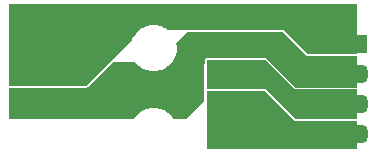
<source format=gbr>
%TF.GenerationSoftware,Altium Limited,Altium Designer,21.2.2 (38)*%
G04 Layer_Physical_Order=1*
G04 Layer_Color=255*
%FSLAX45Y45*%
%MOMM*%
%TF.SameCoordinates,1AF87C27-E779-4CC2-BA0B-C17CB3467C97*%
%TF.FilePolarity,Positive*%
%TF.FileFunction,Copper,L1,Top,Signal*%
%TF.Part,Single*%
G01*
G75*
%TA.AperFunction,ComponentPad*%
G04:AMPARAMS|DCode=10|XSize=1.5mm|YSize=5mm|CornerRadius=0.375mm|HoleSize=0mm|Usage=FLASHONLY|Rotation=270.000|XOffset=0mm|YOffset=0mm|HoleType=Round|Shape=RoundedRectangle|*
%AMROUNDEDRECTD10*
21,1,1.50000,4.25000,0,0,270.0*
21,1,0.75000,5.00000,0,0,270.0*
1,1,0.75000,-2.12500,-0.37500*
1,1,0.75000,-2.12500,0.37500*
1,1,0.75000,2.12500,0.37500*
1,1,0.75000,2.12500,-0.37500*
%
%ADD10ROUNDEDRECTD10*%
%ADD11R,5.00000X1.50000*%
%ADD12C,1.50000*%
%ADD13R,1.50000X1.50000*%
G36*
X2974512Y1050000D02*
X2550000D01*
X2350000Y1250000D01*
X1376464D01*
X1376392Y1250071D01*
X1374305Y1251466D01*
X1372530Y1253242D01*
X1344686Y1271846D01*
X1342367Y1272807D01*
X1340280Y1274201D01*
X1309342Y1287016D01*
X1306879Y1287506D01*
X1304560Y1288467D01*
X1271716Y1295000D01*
X1269205D01*
X1266743Y1295490D01*
X1233256D01*
X1230795Y1295000D01*
X1228283D01*
X1195440Y1288467D01*
X1193121Y1287506D01*
X1190659Y1287016D01*
X1159720Y1274201D01*
X1157632Y1272806D01*
X1155313Y1271846D01*
X1127470Y1253242D01*
X1125695Y1251466D01*
X1123607Y1250072D01*
X1099928Y1226393D01*
X1098533Y1224305D01*
X1096758Y1222530D01*
X1078154Y1194686D01*
X1077193Y1192367D01*
X1075799Y1190280D01*
X1065559Y1165559D01*
X680000Y780000D01*
X25488D01*
Y1474512D01*
X2974512D01*
Y1050000D01*
D02*
G37*
G36*
X2538519Y1038519D02*
X2550000Y1033764D01*
X2974512D01*
Y766236D01*
X2456725D01*
X2211480Y1011481D01*
X2200000Y1016236D01*
X1700000D01*
X1688519Y1011481D01*
X1683764Y1000000D01*
Y967528D01*
X1680000Y963764D01*
Y650000D01*
X1530000Y500000D01*
X1418295D01*
X1403242Y522530D01*
X1401466Y524305D01*
X1400072Y526392D01*
X1376392Y550071D01*
X1374305Y551466D01*
X1372530Y553241D01*
X1344686Y571846D01*
X1342367Y572807D01*
X1340280Y574201D01*
X1309342Y587016D01*
X1306879Y587506D01*
X1304560Y588467D01*
X1271716Y595000D01*
X1269205D01*
X1266743Y595490D01*
X1233256D01*
X1230795Y595000D01*
X1228283D01*
X1195440Y588467D01*
X1193121Y587506D01*
X1190659Y587016D01*
X1159720Y574201D01*
X1157632Y572806D01*
X1155313Y571845D01*
X1127470Y553241D01*
X1125695Y551466D01*
X1123607Y550072D01*
X1099928Y526392D01*
X1098533Y524305D01*
X1096758Y522530D01*
X1081704Y500000D01*
X25488D01*
Y763764D01*
X680000D01*
X691480Y768519D01*
X902961Y980000D01*
X1095068D01*
X1096758Y977470D01*
X1098533Y975695D01*
X1099928Y973607D01*
X1123607Y949929D01*
X1125695Y948534D01*
X1127470Y946758D01*
X1155313Y928154D01*
X1157633Y927193D01*
X1159720Y925799D01*
X1190658Y912984D01*
X1193121Y912494D01*
X1195440Y911533D01*
X1228284Y905000D01*
X1230795D01*
X1233256Y904511D01*
X1266743D01*
X1269206Y905000D01*
X1271716D01*
X1304560Y911533D01*
X1306880Y912494D01*
X1309341Y912984D01*
X1340280Y925799D01*
X1342368Y927194D01*
X1344686Y928154D01*
X1372530Y946758D01*
X1374305Y948534D01*
X1376392Y949928D01*
X1400071Y973607D01*
X1401466Y975695D01*
X1403242Y977470D01*
X1421846Y1005313D01*
X1422807Y1007633D01*
X1424201Y1009720D01*
X1437016Y1040658D01*
X1437506Y1043121D01*
X1438467Y1045440D01*
X1445000Y1078284D01*
Y1080795D01*
X1445490Y1083256D01*
Y1100000D01*
Y1116744D01*
X1445000Y1119205D01*
Y1121717D01*
X1441137Y1141137D01*
X1533764Y1233764D01*
X2343275D01*
X2538519Y1038519D01*
D02*
G37*
G36*
X2450000Y750000D02*
X2974512D01*
Y500000D01*
X2450000D01*
X2200000Y750000D01*
X1700000D01*
Y1000000D01*
X2200000D01*
X2450000Y750000D01*
D02*
G37*
G36*
X2438519Y488519D02*
X2450000Y483764D01*
X2974512D01*
Y250000D01*
X1700000D01*
Y733764D01*
X2193275D01*
X2438519Y488519D01*
D02*
G37*
D10*
X2810000Y372000D02*
D03*
Y626000D02*
D03*
Y880000D02*
D03*
D11*
Y1134000D02*
D03*
D12*
X246000Y646000D02*
D03*
Y900000D02*
D03*
X500000Y646000D02*
D03*
X1846000D02*
D03*
Y900000D02*
D03*
X2100000Y646000D02*
D03*
D13*
X500000Y900000D02*
D03*
X2100000D02*
D03*
%TF.MD5,cac84c66d55a9172c55a36ebc81edd0b*%
M02*

</source>
